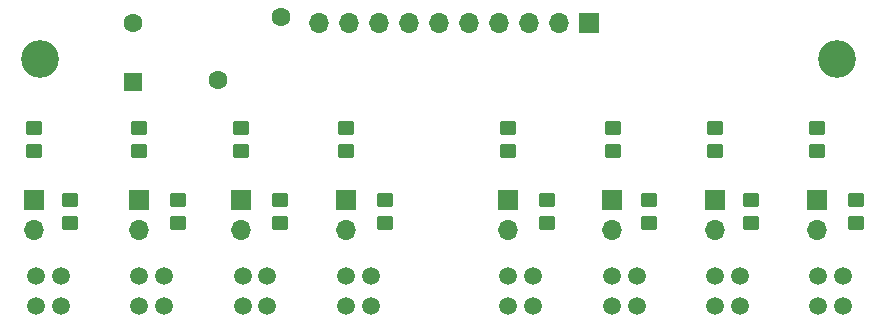
<source format=gbr>
%TF.GenerationSoftware,KiCad,Pcbnew,6.0.7-f9a2dced07~116~ubuntu20.04.1*%
%TF.CreationDate,2022-08-10T10:50:10-04:00*%
%TF.ProjectId,sensor_gnuiiium,73656e73-6f72-45f6-976e-75696969756d,rev?*%
%TF.SameCoordinates,Original*%
%TF.FileFunction,Soldermask,Top*%
%TF.FilePolarity,Negative*%
%FSLAX46Y46*%
G04 Gerber Fmt 4.6, Leading zero omitted, Abs format (unit mm)*
G04 Created by KiCad (PCBNEW 6.0.7-f9a2dced07~116~ubuntu20.04.1) date 2022-08-10 10:50:10*
%MOMM*%
%LPD*%
G01*
G04 APERTURE LIST*
G04 Aperture macros list*
%AMRoundRect*
0 Rectangle with rounded corners*
0 $1 Rounding radius*
0 $2 $3 $4 $5 $6 $7 $8 $9 X,Y pos of 4 corners*
0 Add a 4 corners polygon primitive as box body*
4,1,4,$2,$3,$4,$5,$6,$7,$8,$9,$2,$3,0*
0 Add four circle primitives for the rounded corners*
1,1,$1+$1,$2,$3*
1,1,$1+$1,$4,$5*
1,1,$1+$1,$6,$7*
1,1,$1+$1,$8,$9*
0 Add four rect primitives between the rounded corners*
20,1,$1+$1,$2,$3,$4,$5,0*
20,1,$1+$1,$4,$5,$6,$7,0*
20,1,$1+$1,$6,$7,$8,$9,0*
20,1,$1+$1,$8,$9,$2,$3,0*%
%AMHorizOval*
0 Thick line with rounded ends*
0 $1 width*
0 $2 $3 position (X,Y) of the first rounded end (center of the circle)*
0 $4 $5 position (X,Y) of the second rounded end (center of the circle)*
0 Add line between two ends*
20,1,$1,$2,$3,$4,$5,0*
0 Add two circle primitives to create the rounded ends*
1,1,$1,$2,$3*
1,1,$1,$4,$5*%
G04 Aperture macros list end*
%ADD10RoundRect,0.250000X0.450000X-0.350000X0.450000X0.350000X-0.450000X0.350000X-0.450000X-0.350000X0*%
%ADD11RoundRect,0.250000X-0.450000X0.350000X-0.450000X-0.350000X0.450000X-0.350000X0.450000X0.350000X0*%
%ADD12C,1.600000*%
%ADD13HorizOval,1.600000X0.000000X0.000000X0.000000X0.000000X0*%
%ADD14C,1.500000*%
%ADD15R,1.700000X1.700000*%
%ADD16O,1.700000X1.700000*%
%ADD17C,3.200000*%
%ADD18R,1.600000X1.600000*%
G04 APERTURE END LIST*
D10*
%TO.C,R16*%
X214630000Y-110474000D03*
X214630000Y-108474000D03*
%TD*%
%TO.C,R15*%
X205740000Y-108474000D03*
X205740000Y-110474000D03*
%TD*%
%TO.C,R14*%
X197104000Y-110474000D03*
X197104000Y-108474000D03*
%TD*%
%TO.C,R13*%
X188468000Y-110474000D03*
X188468000Y-108474000D03*
%TD*%
%TO.C,R12*%
X174752000Y-110474000D03*
X174752000Y-108474000D03*
%TD*%
%TO.C,R11*%
X165862000Y-110474000D03*
X165862000Y-108474000D03*
%TD*%
%TO.C,R10*%
X157226000Y-108474000D03*
X157226000Y-110474000D03*
%TD*%
%TO.C,R9*%
X148082000Y-110474000D03*
X148082000Y-108474000D03*
%TD*%
D11*
%TO.C,R8*%
X211328000Y-104378000D03*
X211328000Y-102378000D03*
%TD*%
%TO.C,R7*%
X202692000Y-102378000D03*
X202692000Y-104378000D03*
%TD*%
%TO.C,R6*%
X194056000Y-102378000D03*
X194056000Y-104378000D03*
%TD*%
%TO.C,R5*%
X185166000Y-102378000D03*
X185166000Y-104378000D03*
%TD*%
%TO.C,R4*%
X171450000Y-102378000D03*
X171450000Y-104378000D03*
%TD*%
%TO.C,R3*%
X162560000Y-102378000D03*
X162560000Y-104378000D03*
%TD*%
%TO.C,R2*%
X153924000Y-102378000D03*
X153924000Y-104378000D03*
%TD*%
%TO.C,R1*%
X145034000Y-102378000D03*
X145034000Y-104378000D03*
%TD*%
D12*
%TO.C,C1*%
X160650000Y-98325000D03*
D13*
X165953301Y-93021699D03*
%TD*%
D14*
%TO.C,U8*%
X213555000Y-114960000D03*
X213555000Y-117500000D03*
X211445000Y-117500000D03*
X211445000Y-114960000D03*
%TD*%
%TO.C,U6*%
X196055000Y-114980000D03*
X196055000Y-117520000D03*
X193945000Y-117520000D03*
X193945000Y-114980000D03*
%TD*%
D15*
%TO.C,J5*%
X185166000Y-108478000D03*
D16*
X185166000Y-111018000D03*
%TD*%
D17*
%TO.C,REF\u002A\u002A*%
X145544000Y-96536600D03*
%TD*%
D14*
%TO.C,U7*%
X202695000Y-114980000D03*
X202695000Y-117520000D03*
X204805000Y-117520000D03*
X204805000Y-114980000D03*
%TD*%
%TO.C,U2*%
X156055000Y-114980000D03*
X156055000Y-117520000D03*
X153945000Y-117520000D03*
X153945000Y-114980000D03*
%TD*%
D15*
%TO.C,J4*%
X171450000Y-108478000D03*
D16*
X171450000Y-111018000D03*
%TD*%
D15*
%TO.C,J1*%
X145034000Y-108478000D03*
D16*
X145034000Y-111018000D03*
%TD*%
D15*
%TO.C,J10*%
X191994000Y-93497000D03*
D16*
X189454000Y-93497000D03*
X186914000Y-93497000D03*
X184374000Y-93497000D03*
X181834000Y-93497000D03*
X179294000Y-93497000D03*
X176754000Y-93497000D03*
X174214000Y-93497000D03*
X171674000Y-93497000D03*
X169134000Y-93497000D03*
%TD*%
D18*
%TO.C,C2*%
X153425000Y-98552651D03*
D12*
X153425000Y-93552651D03*
%TD*%
D15*
%TO.C,J7*%
X202692000Y-108478000D03*
D16*
X202692000Y-111018000D03*
%TD*%
D14*
%TO.C,U1*%
X145195000Y-114980000D03*
X145195000Y-117520000D03*
X147305000Y-117520000D03*
X147305000Y-114980000D03*
%TD*%
%TO.C,U5*%
X187305000Y-114980000D03*
X187305000Y-117520000D03*
X185195000Y-117520000D03*
X185195000Y-114980000D03*
%TD*%
%TO.C,U3*%
X164805000Y-114980000D03*
X164805000Y-117520000D03*
X162695000Y-117520000D03*
X162695000Y-114980000D03*
%TD*%
D15*
%TO.C,J8*%
X211353000Y-108478000D03*
D16*
X211353000Y-111018000D03*
%TD*%
D14*
%TO.C,U4*%
X173555000Y-114980000D03*
X173555000Y-117520000D03*
X171445000Y-117520000D03*
X171445000Y-114980000D03*
%TD*%
D17*
%TO.C,REF\u002A\u002A*%
X213044000Y-96536600D03*
%TD*%
D15*
%TO.C,J6*%
X193954000Y-108478000D03*
D16*
X193954000Y-111018000D03*
%TD*%
D15*
%TO.C,J2*%
X153949000Y-108478000D03*
D16*
X153949000Y-111018000D03*
%TD*%
D15*
%TO.C,J3*%
X162585000Y-108478000D03*
D16*
X162585000Y-111018000D03*
%TD*%
M02*

</source>
